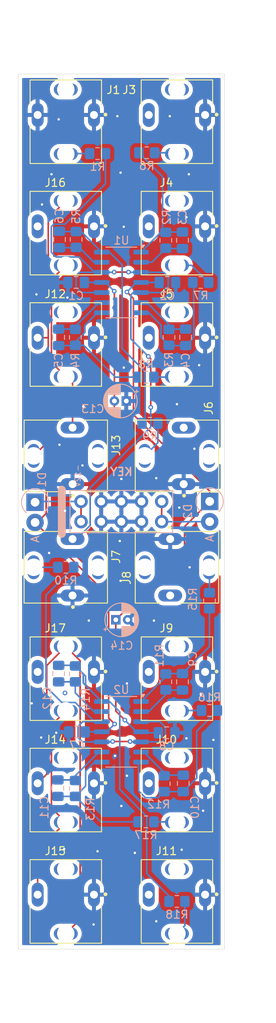
<source format=kicad_pcb>
(kicad_pcb (version 20240108) (generator "pcbnew") (generator_version "8.0")
  (layers (0 "F.Cu" signal) (31 "B.Cu" signal) (34 "B.Paste" user) (35 "F.Paste" user) (36 "B.SilkS" user "B.Silkscreen") (37 "F.SilkS" user "F.Silkscreen") (38 "B.Mask" user) (39 "F.Mask" user) (44 "Edge.Cuts" user))
  (net 0 "")
  (net 1 "Net-(D1-A)")
  (net 2 "GND")
  (net 3 "Net-(D2-K)")
  (net 4 "Net-(C3-Pad2)")
  (net 5 "Net-(U1A--)")
  (net 6 "Net-(U1B--)")
  (net 7 "Net-(C4-Pad2)")
  (net 8 "Net-(C5-Pad2)")
  (net 9 "Net-(U1C--)")
  (net 10 "Net-(U1D--)")
  (net 11 "Net-(C6-Pad2)")
  (net 12 "Net-(U2A--)")
  (net 13 "Net-(C9-Pad2)")
  (net 14 "Net-(U2B--)")
  (net 15 "Net-(C10-Pad2)")
  (net 16 "Net-(U2C--)")
  (net 17 "Net-(C11-Pad2)")
  (net 18 "Net-(U2D--)")
  (net 19 "Net-(C12-Pad2)")
  (net 20 "Net-(D1-K)")
  (net 21 "Net-(D2-A)")
  (net 22 "Net-(J1-PadT)")
  (net 24 "Net-(J3-PadT)")
  (net 29 "Net-(J4-PadT)")
  (net 30 "Net-(J5-PadT)")
  (net 35 "Net-(J6-PadT)")
  (net 36 "Net-(J7-PadT)")
  (net 37 "Net-(U1A-+)")
  (net 39 "Net-(J8-PadT)")
  (net 43 "Net-(J9-PadT)")
  (net 47 "Net-(J10-PadT)")
  (net 49 "Net-(J11-PadT)")
  (net 51 "Net-(J12-PadT)")
  (net 53 "Net-(J12-PadTN)")
  (net 54 "Net-(J14-PadTN)")
  (net 56 "Net-(J14-PadT)")
  (net 61 "Net-(U2A-+)")
  (footprint "mort_mix:CLIFF_FC681374V" (layer "F.Cu") (at 104.24 109 90)
    (property "Reference" "J8")
    (property "Value" "AudioJack3_SwitchT")
  )
  (footprint "mort_mix:CLIFF_FC681374V" (layer "F.Cu") (at 104.24 95 -90)
    (property "Reference" "J6")
    (property "Value" "AudioJack3_SwitchT")
  )
  (footprint "mort_mix:CLIFF_FC681374V" (layer "F.Cu") (at 104.24 67)
    (property "Reference" "J4")
    (property "Value" "AudioJack3_SwitchT")
  )
  (footprint "mort_mix:CLIFF_FC681374V" (layer "F.Cu") (at 104.24 137)
    (property "Reference" "J10")
    (property "Value" "AudioJack3_SwitchT")
  )
  (footprint "mort_mix:CLIFF_FC681374V" (layer "F.Cu") (at 90.24 123)
    (property "Reference" "J17")
    (property "Value" "AudioJack3_SwitchT")
  )
  (footprint "mort_mix:CLIFF_FC681374V" (layer "F.Cu") (at 104.24 81)
    (property "Reference" "J5")
    (property "Value" "AudioJack3_SwitchT")
  )
  (footprint "mort_mix:CLIFF_FC681374V" (layer "F.Cu") (at 104.24 123)
    (property "Reference" "J9")
    (property "Value" "AudioJack3_SwitchT")
  )
  (footprint "mort_mix:CLIFF_FC681374V" (layer "F.Cu") (at 90.24 67)
    (property "Reference" "J16")
    (property "Value" "AudioJack3_SwitchT")
  )
  (footprint "mort_mix:CLIFF_FC681374V" (layer "F.Cu") (at 90.24 53)
    (property "Reference" "J1")
    (property "Value" "AudioJack3_SwitchT")
  )
  (footprint "mort_mix:CLIFF_FC681374V" (layer "F.Cu") (at 90.24 137)
    (property "Reference" "J14")
    (property "Value" "AudioJack3_SwitchT")
  )
  (footprint "mort_mix:CLIFF_FC681374V" (layer "F.Cu") (at 104.24 53)
    (property "Reference" "J3")
    (property "Value" "AudioJack3_SwitchT")
  )
  (footprint "mort_mix:CLIFF_FC681374V" (layer "F.Cu") (at 90.24 81)
    (property "Reference" "J12")
    (property "Value" "AudioJack3_SwitchT")
  )
  (footprint "mort_mix:CLIFF_FC681374V" (layer "F.Cu") (at 90.24 109 -90)
    (property "Reference" "J7")
    (property "Value" "AudioJack3_SwitchT")
  )
  (footprint "mort_mix:CLIFF_FC681374V" (layer "F.Cu") (at 104.24 151)
    (property "Reference" "J11")
    (property "Value" "AudioJack3_SwitchT")
  )
  (footprint "mort_mix:CLIFF_FC681374V" (layer "F.Cu") (at 90.24 95 -90)
    (property "Reference" "J13")
    (property "Value" "AudioJack3_SwitchT")
  )
  (footprint "mort_mix:CLIFF_FC681374V" (layer "F.Cu") (at 90.24 151)
    (property "Reference" "J15")
    (property "Value" "AudioJack3_SwitchT")
  )
  (footprint "Resistor_SMD:R_0805_2012Metric_Pad1.20x1.40mm_HandSolder" (layer "B.Cu") (at 100.34 85.1)
    (property "Reference" "R8")
    (property "Value" "0")
  )
  (footprint "Capacitor_SMD:C_0805_2012Metric_Pad1.18x1.45mm_HandSolder" (layer "B.Cu") (at 89.24 136.7625 -90)
    (property "Reference" "C11")
    (property "Value" "1n")
  )
  (footprint "Capacitor_SMD:C_0805_2012Metric_Pad1.18x1.45mm_HandSolder" (layer "B.Cu") (at 104.94 123.4 90)
    (property "Reference" "C9")
    (property "Value" "1n")
  )
  (footprint "Package_SO:SO-14_3.9x8.65mm_P1.27mm" (layer "B.Cu") (at 97.24 129.6775 180)
    (property "Reference" "U2")
    (property "Value" "TL074")
  )
  (footprint "Capacitor_SMD:C_0805_2012Metric_Pad1.18x1.45mm_HandSolder" (layer "B.Cu") (at 89.44 67.8 90)
    (property "Reference" "C6")
    (property "Value" "1n")
  )
  (footprint "Resistor_SMD:R_0805_2012Metric_Pad1.20x1.40mm_HandSolder" (layer "B.Cu") (at 91.44 122.4 90)
    (property "Reference" "R14")
    (property "Value" "0")
  )
  (footprint "Package_SO:SO-14_3.9x8.65mm_P1.27mm" (layer "B.Cu") (at 97.24 73.2 180)
    (property "Reference" "U1")
    (property "Value" "TL074")
  )
  (footprint "Capacitor_SMD:C_0805_2012Metric_Pad1.18x1.45mm_HandSolder" (layer "B.Cu") (at 105.04 136.1625 -90)
    (property "Reference" "C10")
    (property "Value" "1n")
  )
  (footprint "Resistor_SMD:R_0805_2012Metric_Pad1.20x1.40mm_HandSolder" (layer "B.Cu") (at 103.24 80.1 -90)
    (property "Reference" "R3")
    (property "Value" "0")
  )
  (footprint "Resistor_SMD:R_0805_2012Metric_Pad1.20x1.40mm_HandSolder" (layer "B.Cu") (at 91.44 80.1 -90)
    (property "Reference" "R4")
    (property "Value" "0")
  )
  (footprint "Resistor_SMD:R_0805_2012Metric_Pad1.20x1.40mm_HandSolder" (layer "B.Cu") (at 108.34 113.2 90)
    (property "Reference" "R15")
    (property "Value" "0")
  )
  (footprint "Capacitor_SMD:C_0805_2012Metric_Pad1.18x1.45mm_HandSolder" (layer "B.Cu") (at 102.94 129.8)
    (property "Reference" "C8")
    (property "Value" "100n")
  )
  (footprint "Resistor_SMD:R_0805_2012Metric_Pad1.20x1.40mm_HandSolder" (layer "B.Cu") (at 94.24 57)
    (property "Reference" "R1")
    (property "Value" "0")
  )
  (footprint "Capacitor_SMD:C_0805_2012Metric_Pad1.18x1.45mm_HandSolder" (layer "B.Cu") (at 89.34 122.3625 90)
    (property "Reference" "C12")
    (property "Value" "1n")
  )
  (footprint "Resistor_SMD:R_0805_2012Metric_Pad1.20x1.40mm_HandSolder" (layer "B.Cu") (at 90.24 109)
    (property "Reference" "R10")
    (property "Value" "0")
  )
  (footprint "Resistor_SMD:R_0805_2012Metric_Pad1.20x1.40mm_HandSolder" (layer "B.Cu") (at 100.84 90.9)
    (property "Reference" "R9")
    (property "Value" "0")
  )
  (footprint "Resistor_SMD:R_0805_2012Metric_Pad1.20x1.40mm_HandSolder" (layer "B.Cu") (at 107.24 73.2)
    (property "Reference" "R7")
    (property "Value" "0")
  )
  (footprint "Resistor_SMD:R_0805_2012Metric_Pad1.20x1.40mm_HandSolder" (layer "B.Cu") (at 91.44 136.8 -90)
    (property "Reference" "R13")
    (property "Value" "0")
  )
  (footprint "Diode_THT:D_DO-41_SOD81_P2.54mm_Vertical_AnodeUp" (layer "B.Cu") (at 86.368234 100.828234 -90)
    (property "Reference" "D1")
    (property "Value" "1N5819")
  )
  (footprint "Resistor_SMD:R_0805_2012Metric_Pad1.20x1.40mm_HandSolder" (layer "B.Cu") (at 91.54 67.8 90)
    (property "Reference" "R5")
    (property "Value" "0")
  )
  (footprint "Capacitor_THT:CP_Radial_D4.0mm_P1.50mm" (layer "B.Cu") (at 96.54 115.6)
    (property "Reference" "C14")
    (property "Value" "10u")
  )
  (footprint "Resistor_SMD:R_0805_2012Metric_Pad1.20x1.40mm_HandSolder" (layer "B.Cu") (at 100.44 56.9)
    (property "Reference" "R6")
    (property "Value" "0")
  )
  (footprint "Resistor_SMD:R_0805_2012Metric_Pad1.20x1.40mm_HandSolder" (layer "B.Cu") (at 102.64 136.2 -90)
    (property "Reference" "R12")
    (property "Value" "0")
  )
  (footprint "Resistor_SMD:R_0805_2012Metric_Pad1.20x1.40mm_HandSolder" (layer "B.Cu") (at 108.34 127 180)
    (property "Reference" "R16")
    (property "Value" "0")
  )
  (footprint "Capacitor_SMD:C_0805_2012Metric_Pad1.18x1.45mm_HandSolder" (layer "B.Cu") (at 89.34 80.1 -90)
    (property "Reference" "C5")
    (property "Value" "1n")
  )
  (footprint "Resistor_SMD:R_0805_2012Metric_Pad1.20x1.40mm_HandSolder" (layer "B.Cu") (at 100.34 141)
    (property "Reference" "R17")
    (property "Value" "0")
  )
  (footprint "Capacitor_THT:CP_Radial_D4.0mm_P1.50mm" (layer "B.Cu") (at 97.862599 88.099998 180)
    (property "Reference" "C13")
    (property "Value" "10u")
  )
  (footprint "Resistor_SMD:R_0805_2012Metric_Pad1.20x1.40mm_HandSolder" (layer "B.Cu") (at 102.84 123.4 90)
    (property "Reference" "R11")
    (property "Value" "0")
  )
  (footprint "Capacitor_SMD:C_0805_2012Metric_Pad1.18x1.45mm_HandSolder" (layer "B.Cu") (at 104.94 67.9 90)
    (property "Reference" "C3")
    (property "Value" "1n")
  )
  (footprint "mort_mix:Pins_2x05_2.54mm_TH_Europower_shrouded" (layer "B.Cu") (at 97.24 102 -90)
    (property "Reference" "J2" (hide yes))
    (property "Value" "PWR" (hide yes))
  )
  (footprint "Resistor_SMD:R_0805_2012Metric_Pad1.20x1.40mm_HandSolder" (layer "B.Cu") (at 104.24 151)
    (property "Reference" "R18")
    (property "Value" "0")
  )
  (footprint "Diode_THT:D_DO-41_SOD81_P2.54mm_Vertical_AnodeUp" (layer "B.Cu") (at 108.368234 100.728234 -90)
    (property "Reference" "D2")
    (property "Value" "1N5819")
  )
  (footprint "Resistor_SMD:R_0805_2012Metric_Pad1.20x1.40mm_HandSolder" (layer "B.Cu") (at 102.84 67.9 90)
    (property "Reference" "R2")
    (property "Value" "0")
  )
  (footprint "Capacitor_SMD:C_0805_2012Metric_Pad1.18x1.45mm_HandSolder" (layer "B.Cu") (at 91.54 73.2)
    (property "Reference" "C1")
    (property "Value" "100n")
  )
  (footprint "Capacitor_SMD:C_0805_2012Metric_Pad1.18x1.45mm_HandSolder" (layer "B.Cu") (at 91.64 129.7)
    (property "Reference" "C7")
    (property "Value" "100n")
  )
  (footprint "Capacitor_SMD:C_0805_2012Metric_Pad1.18x1.45mm_HandSolder" (layer "B.Cu") (at 103.04 73.2)
    (property "Reference" "C2")
    (property "Value" "100n")
  )
  (footprint "Capacitor_SMD:C_0805_2012Metric_Pad1.18x1.45mm_HandSolder" (layer "B.Cu") (at 105.34 80.1 -90)
    (property "Reference" "C4")
    (property "Value" "1n")
  )
  (gr_rect (start 84.24 47) (end 110.24 157) (stroke (width 0.05)) (fill none) (layer "Edge.Cuts"))
  (segment (start 95.64 127.950544) (end 96.39 128.700544) (width 0.2) (layer "F.Cu") (net 1))
  (segment (start 96.362599 74.322599) (end 96.34 74.3) (width 0.2) (layer "F.Cu") (net 1))
  (segment (start 86.628234 103.368234) (end 87.768234 102.228234) (width 0.2) (layer "F.Cu") (net 1))
  (segment (start 87.768234 97.671766) (end 96.362599 89.077401) (width 0.2) (layer "F.Cu") (net 1))
  (segment (start 86.368234 103.368234) (end 95.64 112.64) (width 0.2) (layer "F.Cu") (net 1))
  (segment (start 96.362599 89.077401) (end 96.362599 88.099998) (width 0.2) (layer "F.Cu") (net 1))
  (segment (start 95.64 112.64) (end 95.64 127.950544) (width 0.2) (layer "F.Cu") (net 1))
  (segment (start 96.362599 88.099998) (end 96.362599 74.322599) (width 0.2) (layer "F.Cu") (net 1))
  (segment (start 86.368234 103.368234) (end 86.628234 103.368234) (width 0.2) (layer "F.Cu") (net 1))
  (segment (start 87.768234 102.228234) (end 87.768234 97.671766) (width 0.2) (layer "F.Cu") (net 1))
  (via (at 96.34 74.3) (size 0.6) (drill 0.3) (layers "F.Cu" "B.Cu") (net 1))
  (via (at 96.39 128.700544) (size 0.6) (drill 0.3) (layers "F.Cu" "B.Cu") (net 1))
  (segment (start 92.5775 73.2) (end 94.765 73.2) (width 0.2) (layer "B.Cu") (net 1))
  (segment (start 95.24 73.2) (end 96.34 74.3) (width 0.2) (layer "B.Cu") (net 1))
  (segment (start 94.765 129.6775) (end 95.413044 129.6775) (width 0.2) (layer "B.Cu") (net 1))
  (segment (start 95.413044 129.6775) (end 96.39 128.700544) (width 0.2) (layer "B.Cu") (net 1))
  (segment (start 94.765 129.6775) (end 92.7 129.6775) (width 0.2) (layer "B.Cu") (net 1))
  (segment (start 94.765 73.2) (end 95.24 73.2) (width 0.2) (layer "B.Cu") (net 1))
  (segment (start 92.7 129.6775) (end 92.6775 129.7) (width 0.2) (layer "B.Cu") (net 1))
  (via (at 105.84 109) (size 0.6) (drill 0.3) (layers "F.Cu" "B.Cu") (net 2))
  (via (at 107.24 125) (size 0.6) (drill 0.3) (layers "F.Cu" "B.Cu") (net 2))
  (via (at 108.84 130.7) (size 0.6) (drill 0.3) (layers "F.Cu" "B.Cu") (net 2))
  (via (at 104.24 88.5) (size 0.6) (drill 0.3) (layers "F.Cu" "B.Cu") (net 2))
  (via (at 97.14 59.4) (size 0.6) (drill 0.3) (layers "F.Cu" "B.Cu") (net 2))
  (via (at 103.34 52.3) (size 0.6) (drill 0.3) (layers "F.Cu" "B.Cu") (net 2))
  (via (at 97.54 66.2) (size 0.6) (drill 0.3) (layers "F.Cu" "B.Cu") (net 2))
  (via (at 90.04 144.4) (size 0.6) (drill 0.3) (layers "F.Cu" "B.Cu") (net 2))
  (via (at 97.04 105.7) (size 0.6) (drill 0.3) (layers "F.Cu" "B.Cu") (net 2))
  (via (at 104.54 101.5) (size 0.6) (drill 0.3) (layers "F.Cu" "B.Cu") (net 2))
  (via (at 105.44 130.5) (size 0.6) (drill 0.3) (layers "F.Cu" "B.Cu") (net 2))
  (via (at 92.44 88.8) (size 0.6) (drill 0.3) (layers "F.Cu" "B.Cu") (net 2))
  (via (at 97.94 135.2) (size 0.6) (drill 0.3) (layers "F.Cu" "B.Cu") (net 2))
  (via (at 88.14 107.2) (size 0.6) (drill 0.3) (layers "F.Cu" "B.Cu") (net 2))
  (via (at 87.24 63.4) (size 0.6) (drill 0.3) (layers "F.Cu" "B.Cu") (net 2))
  (via (at 87.14 130.4) (size 0.6) (drill 0.3) (layers "F.Cu" "B.Cu") (net 2))
  (via (at 105.44 65) (size 0.6) (drill 0.3) (layers "F.Cu" "B.Cu") (net 2))
  (via (at 89.34 52.7) (size 0.6) (drill 0.3) (layers "F.Cu" "B.Cu") (net 2))
  (via (at 101.64 97.8) (size 0.6) (drill 0.3) (layers "F.Cu" "B.Cu") (net 2))
  (via (at 93.74 153.9) (size 0.6) (drill 0.3) (layers "F.Cu" "B.Cu") (net 2))
  (via (at 97.14 110.7) (size 0.6) (drill 0.3) (layers "F.Cu" "B.Cu") (net 2))
  (via (at 97.24 139) (size 0.6) (drill 0.3) (layers "F.Cu" "B.Cu") (net 2))
  (via (at 98.94 144.9) (size 0.6) (drill 0.3) (layers "F.Cu" "B.Cu") (net 2))
  (via (at 96.74 52.3) (size 0.6) (drill 0.3) (layers "F.Cu" "B.Cu") (net 2))
  (via (at 105.74 59.6) (size 0.6) (drill 0.3) (layers "F.Cu" "B.Cu") (net 2))
  (via (at 88.44 59.6) (size 0.6) (drill 0.3) (layers "F.Cu" "B.Cu") (net 2))
  (via (at 90.14 124.8) (size 0.6) (drill 0.3) (layers "F.Cu" "B.Cu") (net 2))
  (via (at 90.14 101.9) (size 0.6) (drill 0.3) (layers "F.Cu" "B.Cu") (net 2))
  (via (at 93.14 115.7) (size 0.6) (drill 0.3) (layers "F.Cu" "B.Cu") (net 2))
  (via (at 85.94 126.1) (size 0.6) (drill 0.3) (layers "F.Cu" "B.Cu") (net 2))
  (via (at 107.54 139.6) (size 0.6) (drill 0.3) (layers "F.Cu" "B.Cu") (net 2))
  (via (at 106.44 94.1) (size 0.6) (drill 0.3) (layers "F.Cu" "B.Cu") (net 2))
  (via (at 104.84 144.5) (size 0.6) (drill 0.3) (layers "F.Cu" "B.Cu") (net 2))
  (via (at 89.44 93.6) (size 0.6) (drill 0.3) (layers "F.Cu" "B.Cu") (net 2))
  (via (at 89.04 129.8) (size 0.6) (drill 0.3) (layers "F.Cu" "B.Cu") (net 2))
  (via (at 101.64 153.5) (size 0.6) (drill 0.3) (layers "F.Cu" "B.Cu") (net 2))
  (via (at 101.34 115.7) (size 0.6) (drill 0.3) (layers "F.Cu" "B.Cu") (net 2))
  (via (at 97.94 123.6) (size 0.6) (drill 0.3) (layers "F.Cu" "B.Cu") (net 2))
  (via (at 96.44 132.7) (size 0.6) (drill 0.3) (layers "F.Cu" "B.Cu") (net 2))
  (via (at 92.34 96.2) (size 0.6) (drill 0.3) (layers "F.Cu" "B.Cu") (net 2))
  (via (at 90.44 75.1) (size 0.6) (drill 0.3) (layers "F.Cu" "B.Cu") (net 2))
  (via (at 97.54 83.9) (size 0.6) (drill 0.3) (layers "F.Cu" "B.Cu") (net 2))
  (via (at 94.24 144.7) (size 0.6) (drill 0.3) (layers "F.Cu" "B.Cu") (net 2))
  (via (at 86.54 74.7) (size 0.6) (drill 0.3) (layers "F.Cu" "B.Cu") (net 2))
  (via (at 97.24 97.9) (size 0.6) (drill 0.3) (layers "F.Cu" "B.Cu") (net 2))
  (via (at 107.04 83.6) (size 0.6) (drill 0.3) (layers "F.Cu" "B.Cu") (net 2))
  (segment (start 98.762599 89.822599) (end 98.762599 75.222599) (width 0.2) (layer "F.Cu") (net 3))
  (segment (start 108.368234 100.728234) (end 108.368234 99.428234) (width 0.2) (layer "F.Cu") (net 3))
  (segment (start 98.762599 75.222599) (end 97.94 74.4) (width 0.2) (layer "F.Cu") (net 3))
  (segment (start 105.198 106.942) (end 96.54 115.6) (width 0.2) (layer "F.Cu") (net 3))
  (segment (start 108.368234 99.428234) (end 98.762599 89.822599) (width 0.2) (layer "F.Cu") (net 3))
  (segment (start 108.368234 100.728234) (end 105.198 103.898468) (width 0.2) (layer "F.Cu") (net 3))
  (segment (start 96.54 115.6) (end 96.54 127.069986) (width 0.2) (layer "F.Cu") (net 3))
  (segment (start 105.198 103.898468) (end 105.198 106.942) (width 0.2) (layer "F.Cu") (net 3))
  (segment (start 96.54 127.069986) (end 97.680536 128.210522) (width 0.2) (layer "F.Cu") (net 3))
  (via (at 97.680536 128.210522) (size 0.6) (drill 0.3) (layers "F.Cu" "B.Cu") (net 3))
  (via (at 97.94 74.4) (size 0.6) (drill 0.3) (layers "F.Cu" "B.Cu") (net 3))
  (segment (start 99.715 129.6775) (end 99.147514 129.6775) (width 0.2) (layer "B.Cu") (net 3))
  (segment (start 99.715 73.2) (end 99.14 73.2) (width 0.2) (layer "B.Cu") (net 3))
  (segment (start 102.0025 73.2) (end 99.715 73.2) (width 0.2) (layer "B.Cu") (net 3))
  (segment (start 99.14 73.2) (end 97.94 74.4) (width 0.2) (layer "B.Cu") (net 3))
  (segment (start 99.147514 129.6775) (end 97.680536 128.210522) (width 0.2) (layer "B.Cu") (net 3))
  (segment (start 99.8375 129.8) (end 99.715 129.6775) (width 0.2) (layer "B.Cu") (net 3))
  (segment (start 101.9025 129.8) (end 99.8375 129.8) (width 0.2) (layer "B.Cu") (net 3))
  (segment (start 102.432 59.892) (end 99.44 56.9) (width 0.2) (layer "B.Cu") (net 4))
  (segment (start 102.432 66.492) (end 102.432 59.892) (width 0.2) (layer "B.Cu") (net 4))
  (segment (start 102.205 66.9) (end 102.84 66.9) (width 0.2) (layer "B.Cu") (net 4))
  (segment (start 104.94 66.8625) (end 102.8775 66.8625) (width 0.2) (layer "B.Cu") (net 4))
  (segment (start 102.8775 66.8625) (end 102.84 66.9) (width 0.2) (layer "B.Cu") (net 4))
  (segment (start 99.715 69.39) (end 102.205 66.9) (width 0.2) (layer "B.Cu") (net 4))
  (segment (start 102.84 66.9) (end 102.432 66.492) (width 0.2) (layer "B.Cu") (net 4))
  (segment (start 99.715 70.66) (end 101.08 70.66) (width 0.2) (layer "B.Cu") (net 5))
  (segment (start 101.08 70.66) (end 102.84 68.9) (width 0.2) (layer "B.Cu") (net 5))
  (segment (start 102.8775 68.9375) (end 102.84 68.9) (width 0.2) (layer "B.Cu") (net 5))
  (segment (start 104.94 68.9375) (end 102.8775 68.9375) (width 0.2) (layer "B.Cu") (net 5))
  (segment (start 100.48 75.74) (end 99.715 75.74) (width 0.2) (layer "B.Cu") (net 6))
  (segment (start 105.34 79.0625) (end 103.2775 79.0625) (width 0.2) (layer "B.Cu") (net 6))
  (segment (start 103.24 78.5) (end 100.48 75.74) (width 0.2) (layer "B.Cu") (net 6))
  (segment (start 103.2775 79.0625) (end 103.24 79.1) (width 0.2) (layer "B.Cu") (net 6))
  (segment (start 103.24 79.1) (end 103.24 78.5) (width 0.2) (layer "B.Cu") (net 6))
  (segment (start 106.365 73.325) (end 106.365 80.1125) (width 0.2) (layer "B.Cu") (net 7))
  (segment (start 105.34 81.1375) (end 103.692756 81.1375) (width 0.2) (layer "B.Cu") (net 7))
  (segment (start 102.24 78.560001) (end 102.24 80.1) (width 0.2) (layer "B.Cu") (net 7))
  (segment (start 106.24 73.2) (end 106.365 73.325) (width 0.2) (layer "B.Cu") (net 7))
  (segment (start 106.24 73.2) (end 105.745419 73.2) (width 0.2) (layer "B.Cu") (net 7))
  (segment (start 100.689999 77.01) (end 102.24 78.560001) (width 0.2) (layer "B.Cu") (net 7))
  (segment (start 99.715 77.01) (end 100.689999 77.01) (width 0.2) (layer "B.Cu") (net 7))
  (segment (start 106.365 80.1125) (end 105.34 81.1375) (width 0.2) (layer "B.Cu") (net 7))
  (segment (start 102.24 80.1) (end 103.24 81.1) (width 0.2) (layer "B.Cu") (net 7))
  (segment (start 94.23 77.01) (end 94.765 77.01) (width 0.2) (layer "B.Cu") (net 8))
  (segment (start 96.495419 85.1) (end 92.495419 81.1) (width 0.2) (layer "B.Cu") (net 8))
  (segment (start 92.64 78.6) (end 94.23 77.01) (width 0.2) (layer "B.Cu") (net 8))
  (segment (start 99.34 85.1) (end 96.495419 85.1) (width 0.2) (layer "B.Cu") (net 8))
  (segment (start 89.34 81.1375) (end 90.987244 81.1375) (width 0.2) (layer "B.Cu") (net 8))
  (segment (start 92.64 79.484744) (end 92.64 78.6) (width 0.2) (layer "B.Cu") (net 8))
  (segment (start 90.987244 81.1375) (end 92.64 79.484744) (width 0.2) (layer "B.Cu") (net 8))
  (segment (start 92.495419 81.1) (end 91.44 81.1) (width 0.2) (layer "B.Cu") (net 8))
  (segment (start 94.419448 75.74) (end 94.765 75.74) (width 0.2) (layer "B.Cu") (net 9))
  (segment (start 91.096948 79.0625) (end 94.419448 75.74) (width 0.2) (layer "B.Cu") (net 9))
  (segment (start 89.34 79.0625) (end 91.096948 79.0625) (width 0.2) (layer "B.Cu") (net 9))
  (segment (start 94.765 70.66) (end 93.790001 70.66) (width 0.2) (layer "B.Cu") (net 10))
  (segment (start 91.967501 68.8375) (end 89.44 68.8375) (width 0.2) (layer "B.Cu") (net 10))
  (segment (start 93.790001 70.66) (end 91.967501 68.8375) (width 0.2) (layer "B.Cu") (net 10))
  (segment (start 89.4775 66.8) (end 89.44 66.7625) (width 0.2) (layer "B.Cu") (net 11))
  (segment (start 100.24 90.5) (end 99.84 90.9) (width 0.2) (layer "B.Cu") (net 11))
  (segment (start 91.54 66.8) (end 89.4775 66.8) (width 0.2) (layer "B.Cu") (net 11))
  (segment (start 94.765 69.39) (end 95.739999 69.39) (width 0.2) (layer "B.Cu") (net 11))
  (segment (start 97.34 70.990001) (end 97.34 81.515256) (width 0.2) (layer "B.Cu") (net 11))
  (segment (start 92.175 66.8) (end 91.54 66.8) (width 0.2) (layer "B.Cu") (net 11))
  (segment (start 94.765 69.39) (end 92.175 66.8) (width 0.2) (layer "B.Cu") (net 11))
  (segment (start 100.24 84.415256) (end 100.24 90.5) (width 0.2) (layer "B.Cu") (net 11))
  (segment (start 95.739999 69.39) (end 97.34 70.990001) (width 0.2) (layer "B.Cu") (net 11))
  (segment (start 97.34 81.515256) (end 100.24 84.415256) (width 0.2) (layer "B.Cu") (net 11))
  (segment (start 102.94 124.4) (end 102.9775 124.4375) (width 0.2) (layer "B.Cu") (net 12))
  (segment (start 102.84 124.987499) (end 102.84 124.4) (width 0.2) (layer "B.Cu") (net 12))
  (segment (start 102.9775 124.4375) (end 104.94 124.4375) (width 0.2) (layer "B.Cu") (net 12))
  (segment (start 100.689999 127.1375) (end 102.84 124.987499) (width 0.2) (layer "B.Cu") (net 12))
  (segment (start 99.715 127.1375) (end 100.689999 127.1375) (width 0.2) (layer "B.Cu") (net 12))
  (segment (start 102.84 124.4) (end 102.94 124.4) (width 0.2) (layer "B.Cu") (net 12))
  (segment (start 103.22 122.3625) (end 99.715 125.8675) (width 0.2) (layer "B.Cu") (net 13))
  (segment (start 104.94 122.3625) (end 103.22 122.3625) (width 0.2) (layer "B.Cu") (net 13))
  (segment (start 104.94 122.3625) (end 108.34 118.9625) (width 0.2) (layer "B.Cu") (net 13))
  (segment (start 108.34 118.9625) (end 108.34 114.2) (width 0.2) (layer "B.Cu") (net 13))
  (segment (start 104.94 122.3625) (end 102.8775 122.3625) (width 0.2) (layer "B.Cu") (net 13))
  (segment (start 102.8775 122.3625) (end 102.84 122.4) (width 0.2) (layer "B.Cu") (net 13))
  (segment (start 102.968052 135.125) (end 100.060552 132.2175) (width 0.2) (layer "B.Cu") (net 14))
  (segment (start 102.715 135.125) (end 102.64 135.2) (width 0.2) (layer "B.Cu") (net 14))
  (segment (start 105.04 135.125) (end 102.715 135.125) (width 0.2) (layer "B.Cu") (net 14))
  (segment (start 105.04 135.125) (end 102.968052 135.125) (width 0.2) (layer "B.Cu") (net 14))
  (segment (start 100.060552 132.2175) (end 99.715 132.2175) (width 0.2) (layer "B.Cu") (net 14))
  (segment (start 105.04 137.2) (end 106.736 135.504) (width 0.2) (layer "B.Cu") (net 15))
  (segment (start 99.415 137.119581) (end 100.253419 137.958) (width 0.2) (layer "B.Cu") (net 15))
  (segment (start 99.715 133.4875) (end 99.415 133.7875) (width 0.2) (layer "B.Cu") (net 15))
  (segment (start 101.882 137.958) (end 102.64 137.2) (width 0.2) (layer "B.Cu") (net 15))
  (segment (start 99.415 133.7875) (end 99.415 137.119581) (width 0.2) (layer "B.Cu") (net 15))
  (segment (start 106.736 129.604) (end 109.34 127) (width 0.2) (layer "B.Cu") (net 15))
  (segment (start 105.04 137.2) (end 102.64 137.2) (width 0.2) (layer "B.Cu") (net 15))
  (segment (start 100.253419 137.958) (end 101.882 137.958) (width 0.2) (layer "B.Cu") (net 15))
  (segment (start 106.736 135.504) (end 106.736 129.604) (width 0.2) (layer "B.Cu") (net 15))
  (segment (start 89.24 135.725) (end 90.911948 135.725) (width 0.2) (layer "B.Cu") (net 16))
  (segment (start 94.419448 132.2175) (end 94.765 132.2175) (width 0.2) (layer "B.Cu") (net 16))
  (segment (start 90.911948 135.725) (end 94.419448 132.2175) (width 0.2) (layer "B.Cu") (net 16))
  (segment (start 94.64 141) (end 91.44 137.8) (width 0.2) (layer "B.Cu") (net 17))
  (segment (start 99.34 141) (end 94.64 141) (width 0.2) (layer "B.Cu") (net 17))
  (segment (start 89.24 137.8) (end 91.44 137.8) (width 0.2) (layer "B.Cu") (net 17))
  (segment (start 93.8525 133.4875) (end 94.765 133.4875) (width 0.2) (layer "B.Cu") (net 17))
  (segment (start 92.736 136.504) (end 92.736 134.604) (width 0.2) (layer "B.Cu") (net 17))
  (segment (start 92.736 134.604) (end 93.8525 133.4875) (width 0.2) (layer "B.Cu") (net 17))
  (segment (start 91.44 137.8) (end 92.736 136.504) (width 0.2) (layer "B.Cu") (net 17))
  (segment (start 91.44 124.787499) (end 91.44 123.4) (width 0.2) (layer "B.Cu") (net 18))
  (segment (start 94.765 127.1375) (end 93.790001 127.1375) (width 0.2) (layer "B.Cu") (net 18))
  (segment (start 93.790001 127.1375) (end 91.44 124.787499) (width 0.2) (layer "B.Cu") (net 18))
  (segment (start 91.44 123.4) (end 89.34 123.4) (width 0.2) (layer "B.Cu") (net 18))
  (segment (start 94.765 125.8675) (end 95.739999 125.8675) (width 0.2) (layer "B.Cu") (net 19))
  (segment (start 92.44 123.5425) (end 92.44 122.4) (width 0.2) (layer "B.Cu") (net 19))
  (segment (start 92.736 122.696) (end 91.365 121.325) (width 0.2) (layer "B.Cu") (net 19))
  (segment (start 97.04 136.915256) (end 100.44 140.315256) (width 0.2) (layer "B.Cu") (net 19))
  (segment (start 91.365 121.325) (end 89.34 121.325) (width 0.2) (layer "B.Cu") (net 19))
  (segment (start 103.24 150.3) (end 103.24 151) (width 0.2) (layer "B.Cu") (net 19))
  (segment (start 92.736 123.8385) (end 92.736 122.696) (width 0.2) (layer "B.Cu") (net 19))
  (segment (start 100.44 147.5) (end 103.24 150.3) (width 0.2) (layer "B.Cu") (net 19))
  (segment (start 94.765 125.8675) (end 92.44 123.5425) (width 0.2) (layer "B.Cu") (net 19))
  (segment (start 95.739999 125.8675) (end 97.04 127.167501) (width 0.2) (layer "B.Cu") (net 19))
  (segment (start 94.765 125.8675) (end 92.736 123.8385) (width 0.2) (layer "B.Cu") (net 19))
  (segment (start 92.44 122.4) (end 91.44 121.4) (width 0.2) (layer "B.Cu") (net 19))
  (segment (start 100.44 140.315256) (end 100.44 147.5) (width 0.2) (layer "B.Cu") (net 19))
  (segment (start 97.04 127.167501) (end 97.04 136.915256) (width 0.2) (layer "B.Cu") (net 19))
  (segment (start 92.16 100.73) (end 92.16 103.27) (width 0.2) (layer "F.Cu") (net 20))
  (segment (start 86.466468 100.73) (end 86.368234 100.828234) (width 0.2) (layer "B.Cu") (net 20))
  (segment (start 92.16 100.73) (end 86.466468 100.73) (width 0.2) (layer "B.Cu") (net 20))
  (segment (start 108.366468 103.27) (end 108.368234 103.268234) (width 0.2) (layer "F.Cu") (net 21))
  (segment (start 102.32 100.73) (end 102.32 103.27) (width 0.2) (layer "F.Cu") (net 21))
  (segment (start 102.32 103.27) (end 108.366468 103.27) (width 0.2) (layer "B.Cu") (net 21))
  (segment (start 108.366468 103.27) (end 108.368234 103.268234) (width 0.2) (layer "B.Cu") (net 21))
  (segment (start 93.24 57) (end 90.29 57) (width 0.2) (layer "B.Cu") (net 22))
  (segment (start 90.29 57) (end 90.24 57.05) (width 0.2) (layer "B.Cu") (net 22))
  (segment (start 104.09 56.9) (end 104.24 57.05) (width 0.2) (layer "B.Cu") (net 24))
  (segment (start 101.44 56.9) (end 104.09 56.9) (width 0.2) (layer "B.Cu") (net 24))
  (segment (start 108.24 73.2) (end 106.09 71.05) (width 0.2) (layer "B.Cu") (net 29))
  (segment (start 106.09 71.05) (end 104.24 71.05) (width 0.2) (layer "B.Cu") (net 29))
  (segment (start 101.34 85.1) (end 104.19 85.1) (width 0.2) (layer "B.Cu") (net 30))
  (segment (start 104.19 85.1) (end 104.24 85.05) (width 0.2) (layer "B.Cu") (net 30))
  (segment (start 101.84 93.35) (end 100.19 95) (width 0.2) (layer "B.Cu") (net 35))
  (segment (start 101.84 90.9) (end 101.84 93.35) (width 0.2) (layer "B.Cu") (net 35))
  (segment (start 89.24 109) (end 86.19 109) (width 0.2) (layer "B.Cu") (net 36))
  (segment (start 100.94 88.9) (end 100.94 82.8) (width 0.2) (layer "F.Cu") (net 37))
  (segment (start 100.94 82.8) (end 100.64 82.5) (width 0.2) (layer "F.Cu") (net 37))
  (segment (start 96.34 71.9) (end 98.14 71.9) (width 0.2) (layer "F.Cu") (net 37))
  (via (at 100.64 82.5) (size 0.6) (drill 0.3) (layers "F.Cu" "B.Cu") (net 37))
  (via (at 98.14 71.9) (size 0.6) (drill 0.3) (layers "F.Cu" "B.Cu") (net 37))
  (via (at 100.94 88.9) (size 0.6) (drill 0.3) (layers "F.Cu" "B.Cu") (net 37))
  (via (at 96.34 71.9) (size 0.6) (drill 0.3) (layers "F.Cu" "B.Cu") (net 37))
  (segment (start 89.001256 69.996) (end 91.936 69.996) (width 0.2) (layer "B.Cu") (net 37))
  (segment (start 100.74 82.5) (end 100.64 82.5) (width 0.2) (layer "B.Cu") (net 37))
  (segment (start 103.14 73.659744) (end 102.329744 74.47) (width 0.2) (layer "B.Cu") (net 37))
  (segment (start 100.94 91.384744) (end 100.94 90.215256) (width 0.2) (layer "B.Cu") (net 37))
  (segment (start 96.34 71.9) (end 96.31 71.93) (width 0.2) (layer "B.Cu") (net 37))
  (segment (start 100.64 82.5) (end 98.44 80.3) (width 0.2) (layer "B.Cu") (net 37))
  (segment (start 98.14 71.9) (end 98.11 71.93) (width 0.2) (layer "B.Cu") (net 37))
  (segment (start 92.21 74.47) (end 94.765 74.47) (width 0.2) (layer "B.Cu") (net 37))
  (segment (start 91.09 105.45) (end 91.606346 105.45) (width 0.2) (layer "B.Cu") (net 37))
  (segment (start 98.740001 74.47) (end 99.715 74.47) (width 0.2) (layer "B.Cu") (net 37))
  (segment (start 98.44 80.3) (end 98.44 74.770001) (width 0.2) (layer "B.Cu") (net 37))
  (segment (start 88.415 66.190256) (end 88.415 69.409744) (width 0.2) (layer "B.Cu") (net 37))
  (segment (start 93.31 99.014744) (end 100.94 91.384744) (width 0.2) (layer "B.Cu") (net 37))
  (segment (start 91.54 73.8) (end 92.21 74.47) (width 0.2) (layer "B.Cu") (net 37))
  (segment (start 98.44 74.770001) (end 98.740001 74.47) (width 0.2) (layer "B.Cu") (net 37))
  (segment (start 95.24 60.784744) (end 90.149744 65.875) (width 0.2) (layer "B.Cu") (net 37))
  (segment (start 91.936 69.996) (end 93.87 71.93) (width 0.2) (layer "B.Cu") (net 37))
  (segment (start 94.765 71.93) (end 91.950256 71.93) (width 0.2) (layer "B.Cu") (net 37))
  (segment (start 96.37 71.93) (end 96.34 71.9) (width 0.2) (layer "B.Cu") (net 37))
  (segment (start 93.31 103.746346) (end 93.31 99.014744) (width 0.2) (layer "B.Cu") (net 37))
  (segment (start 100.94 90.215256) (end 100.94 88.9) (width 0.2) (layer "B.Cu") (net 37))
  (segment (start 90.149744 65.875) (end 88.730256 65.875) (width 0.2) (layer "B.Cu") (net 37))
  (segment (start 91.54 72.340256) (end 91.54 73.8) (width 0.2) (layer "B.Cu") (net 37))
  (segment (start 91.950256 71.93) (end 91.54 72.340256) (width 0.2) (layer "B.Cu") (net 37))
  (segment (start 102.57 71.93) (end 103.14 72.5) (width 0.2) (layer "B.Cu") (net 37))
  (segment (start 99.715 71.93) (end 102.57 71.93) (width 0.2) (layer "B.Cu") (net 37))
  (segment (start 102.329744 74.47) (end 99.715 74.47) (width 0.2) (layer "B.Cu") (net 37))
  (segment (start 93.87 71.93) (end 94.765 71.93) (width 0.2) (layer "B.Cu") (net 37))
  (segment (start 98.17 71.93) (end 98.14 71.9) (width 0.2) (layer "B.Cu") (net 37))
  (segment (start 96.31 71.93) (end 94.765 71.93) (width 0.2) (layer "B.Cu") (net 37))
  (segment (start 99.715 71.93) (end 98.17 71.93) (width 0.2) (layer "B.Cu") (net 37))
  (segment (start 103.14 72.5) (end 103.14 73.659744) (width 0.2) (layer "B.Cu") (net 37))
  (segment (start 100.94 88.9) (end 100.94 89) (width 0.2) (layer "B.Cu") (net 37))
  (segment (start 88.730256 65.875) (end 88.415 66.190256) (width 0.2) (layer "B.Cu") (net 37))
  (segment (start 95.24 57) (end 95.24 60.784744) (width 0.2) (layer "B.Cu") (net 37))
  (segment (start 91.606346 105.45) (end 93.31 103.746346) (width 0.2) (layer "B.Cu") (net 37))
  (segment (start 95.110552 71.93) (end 94.765 71.93) (width 0.2) (layer "B.Cu") (net 37))
  (segment (start 88.415 69.409744) (end 89.001256 69.996) (width 0.2) (layer "B.Cu") (net 37))
  (segment (start 108.34 112.2) (end 108.34 109.05) (width 0.2) (layer "B.Cu") (net 39))
  (segment (start 108.34 109.05) (end 108.29 109) (width 0.2) (layer "B.Cu") (net 39))
  (segment (start 104.29 127) (end 104.24 127.05) (width 0.2) (layer "B.Cu") (net 43))
  (segment (start 107.34 127) (end 104.29 127) (width 0.2) (layer "B.Cu") (net 43))
  (segment (start 104.19 141) (end 104.24 141.05) (width 0.2) (layer "B.Cu") (net 47))
  (segment (start 101.34 141) (end 104.19 141) (width 0.2) (layer "B.Cu") (net 47))
  (segment (start 105.24 154.05) (end 104.24 155.05) (width 0.2) (layer "B.Cu") (net 49))
  (segment (start 105.24 151) (end 105.24 154.05) (width 0.2) (layer "B.Cu") (net 49))
  (segment (start 91.09 85.9) (end 90.24 85.05) (width 0.2) (layer "F.Cu") (net 51))
  (segment (start 88.432 83.242) (end 88.432 72.858) (width 0.2) (layer "F.Cu") (net 51))
  (segment (start 90.24 85.05) (end 88.432 83.242) (width 0.2) (layer "F.Cu") (net 51))
  (segment (start 91.09 91.45) (end 91.09 85.9) (width 0.2) (layer "F.Cu") (net 51))
  (segment (start 88.432 72.858) (end 90.24 71.05) (width 0.2) (layer "F.Cu") (net 51))
  (segment (start 88.032 65.158) (end 88.032 93.158) (width 0.2) (layer "F.Cu") (net 53))
  (segment (start 88.032 93.158) (end 86.19 95) (width 0.2) (layer "F.Cu") (net 53))
  (segment (start 86.69 80.15) (end 87.982 80.15) (width 0.2) (layer "F.Cu") (net 53))
  (segment (start 87.982 80.15) (end 88.032 80.1) (width 0.2) (layer "F.Cu") (net 53))
  (segment (start 90.24 62.95) (end 88.032 65.158) (width 0.2) (layer "F.Cu") (net 53))
  (segment (start 88.032 80.1) (end 88.032 80) (width 0.2) (layer "F.Cu") (net 53))
  (segment (start 90.24 118.95) (end 92.048 120.758) (width 0.2) (layer "F.Cu") (net 54))
  (segment (start 87.84 135) (end 87.84 121.35) (width 0.2) (layer "F.Cu") (net 54))
  (segment (start 92.048 153.242) (end 90.24 155.05) (width 0.2) (layer "F.Cu") (net 54))
  (segment (start 86.69 136.15) (end 87.84 135) (width 0.2) (layer "F.Cu") (net 54))
  (segment (start 92.048 120.758) (end 92.048 153.242) (width 0.2) (layer "F.Cu") (net 54))
  (segment (start 87.84 121.35) (end 90.24 118.95) (width 0.2) (layer "F.Cu") (net 54))
  (segment (start 88.432 139.242) (end 88.432 128.858) (width 0.2) (layer "F.Cu") (net 56))
  (segment (start 90.24 141.05) (end 86.69 144.6) (width 0.2) (layer "F.Cu") (net 56))
  (segment (start 90.24 141.05) (end 88.432 139.242) (width 0.2) (layer "F.Cu") (net 56))
  (segment (start 88.432 128.858) (end 90.24 127.05) (width 0.2) (layer "F.Cu") (net 56))
  (segment (start 86.69 144.6) (end 86.69 150.15) (width 0.2) (layer "F.Cu") (net 56))
  (segment (start 98.34 130.9) (end 96.14 130.9) (width 0.2) (layer "F.Cu") (net 61))
  (via (at 96.14 130.9) (size 0.6) (drill 0.3) (layers "F.Cu" "B.Cu") (net 61))
  (via (at 98.34 130.9) (size 0.6) (drill 0.3) (layers "F.Cu" "B.Cu") (net 61))
  (segment (start 98.3875 130.9475) (end 99.715 130.9475) (width 0.2) (layer "B.Cu") (net 61))
  (segment (start 93.8475 128.4075) (end 94.765 128.4075) (width 0.2) (layer "B.Cu") (net 61))
  (segment (start 92.372756 128.4075) (end 94.765 128.4075) (width 0.2) (layer "B.Cu") (net 61))
  (segment (start 87.744 112.496) (end 87.744 124.004) (width 0.2) (layer "B.Cu") (net 61))
  (segment (start 91.79 130.409744) (end 91.79 128.990256) (width 0.2) (layer "B.Cu") (net 61))
  (segment (start 91.436 125.996) (end 93.8475 128.4075) (width 0.2) (layer "B.Cu") (net 61))
  (segment (start 87.744 124.004) (end 89.736 125.996) (width 0.2) (layer "B.Cu") (net 61))
  (segment (start 89.736 125.996) (end 91.436 125.996) (width 0.2) (layer "B.Cu") (net 61))
  (segment (start 102.79 129.090256) (end 102.107244 128.4075) (width 0.2) (layer "B.Cu") (net 61))
  (segment (start 102.352244 130.9475) (end 102.79 130.509744) (width 0.2) (layer "B.Cu") (net 61))
  (segment (start 96.14 130.9) (end 96.1875 130.9475) (width 0.2) (layer "B.Cu") (net 61))
  (segment (start 102.107244 128.4075) (end 99.715 128.4075) (width 0.2) (layer "B.Cu") (net 61))
  (segment (start 94.765 130.9475) (end 92.327756 130.9475) (width 0.2) (layer "B.Cu") (net 61))
  (segment (start 96.0925 130.9475) (end 96.14 130.9) (width 0.2) (layer "B.Cu") (net 61))
  (segment (start 91.24 109) (end 87.744 112.496) (width 0.2) (layer "B.Cu") (net 61))
  (segment (start 95.739999 128.4075) (end 94.765 128.4075) (width 0.2) (layer "B.Cu") (net 61))
  (segment (start 91.79 128.990256) (end 92.372756 128.4075) (width 0.2) (layer "B.Cu") (net 61))
  (segment (start 92.327756 130.9475) (end 91.79 130.409744) (width 0.2) (layer "B.Cu") (net 61))
  (segment (start 98.34 130.9) (end 98.3875 130.9475) (width 0.2) (layer "B.Cu") (net 61))
  (segment (start 99.715 130.9475) (end 102.352244 130.9475) (width 0.2) (layer "B.Cu") (net 61))
  (segment (start 94.765 130.9475) (end 96.0925 130.9475) (width 0.2) (layer "B.Cu") (net 61))
  (segment (start 98.2925 130.9475) (end 98.34 130.9) (width 0.2) (layer "B.Cu") (net 61))
  (segment (start 102.79 130.509744) (end 102.79 129.090256) (width 0.2) (layer "B.Cu") (net 61))
  (zone (net 2) (net_name "GND") (layers "F&B.Cu") (connect_pads (clearance 0.5)) (min_thickness 0.25) (fill yes (thermal_gap 0.5) (thermal_bridge_width 0.5))
    (polygon (pts (xy 84.24 47) (xy 110.24 47) (xy 110.24 157) (xy 84.24 157)))
  )
)
</source>
